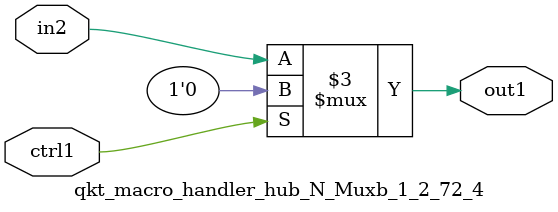
<source format=v>

`timescale 1ps / 1ps


module qkt_macro_handler_hub_N_Muxb_1_2_72_4( in2, ctrl1, out1 );

    input in2;
    input ctrl1;
    output out1;
    reg out1;

    
    // rtl_process:qkt_macro_handler_hub_N_Muxb_1_2_72_4/qkt_macro_handler_hub_N_Muxb_1_2_72_4_thread_1
    always @*
      begin : qkt_macro_handler_hub_N_Muxb_1_2_72_4_thread_1
        case (ctrl1) 
          1'b1: 
            begin
              out1 = 1'b0;
            end
          default: 
            begin
              out1 = in2;
            end
        endcase
      end

endmodule



</source>
